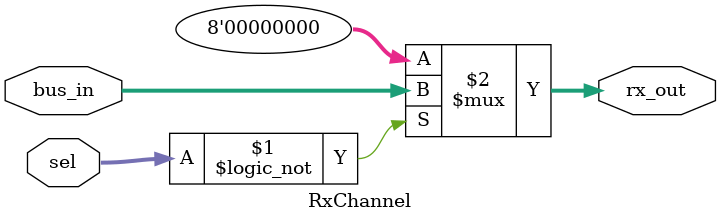
<source format=sv>

module BiDirMux #(
    parameter DW = 8
)(
    inout  [DW-1:0]               bus,
    input  [(4*DW)-1:0]           tx,
    output [(4*DW)-1:0]           rx,
    input  [1:0]                  sel,
    input                         oe
);

    // Internal signals
    wire [DW-1:0] tx_selected;
    wire          bus_oe;
    wire [DW-1:0] bus_in;
    wire [DW-1:0] rx_ch [3:0];

    // TX Selector: selects which channel drives bus
    TxSelector #(.DW(DW)) u_tx_selector (
        .tx        (tx),
        .sel       (sel),
        .tx_out    (tx_selected)
    );

    // Output Enable Control: generates tri-state enable for bus
    BusOEControl u_bus_oe_control (
        .oe        (oe),
        .bus_oe    (bus_oe)
    );

    // Bidirectional Bus Buffer: drives or samples bus
    BusBuffer #(.DW(DW)) u_bus_buffer (
        .bus       (bus),
        .tx_data   (tx_selected),
        .oe        (bus_oe),
        .bus_in    (bus_in)
    );

    // RX Demultiplexer: routes bus_in to appropriate channel
    RxDemux #(.DW(DW)) u_rx_demux (
        .bus_in    (bus_in),
        .sel       (sel),
        .rx        (rx)
    );

endmodule

// -----------------------------------------------------------------------------
// Submodule: TxSelector
// Selects the transmit data word based on channel select
// -----------------------------------------------------------------------------
module TxSelector #(
    parameter DW = 8
)(
    input  [(4*DW)-1:0] tx,
    input  [1:0]        sel,
    output [DW-1:0]     tx_out
);
    assign tx_out = tx[(sel*DW) +: DW];
endmodule

// -----------------------------------------------------------------------------
// Submodule: BusOEControl
// Controls the output enable for the bus buffer
// -----------------------------------------------------------------------------
module BusOEControl (
    input  oe,
    output bus_oe
);
    assign bus_oe = oe;
endmodule

// -----------------------------------------------------------------------------
// Submodule: BusBuffer
// Bidirectional bus buffer with tri-state output and bus sampling
// -----------------------------------------------------------------------------
module BusBuffer #(
    parameter DW = 8
)(
    inout  [DW-1:0] bus,
    input  [DW-1:0] tx_data,
    input           oe,
    output [DW-1:0] bus_in
);
    assign bus     = oe ? tx_data : {DW{1'bz}};
    assign bus_in  = bus;
endmodule

// -----------------------------------------------------------------------------
// Submodule: RxDemux
// Demultiplexes the bus input to the correct receive channel
// -----------------------------------------------------------------------------
module RxDemux #(
    parameter DW = 8
)(
    input  [DW-1:0]     bus_in,
    input  [1:0]        sel,
    output [(4*DW)-1:0] rx
);
    wire [DW-1:0] rx_ch [3:0];

    genvar i;
    generate
        for (i = 0; i < 4; i = i + 1) begin : rx_demux_gen
            RxChannel #(.DW(DW), .CH_IDX(i)) u_rx_channel (
                .bus_in    (bus_in),
                .sel       (sel),
                .rx_out    (rx_ch[i])
            );
            assign rx[(i+1)*DW-1:i*DW] = rx_ch[i];
        end
    endgenerate
endmodule

// -----------------------------------------------------------------------------
// Submodule: RxChannel
// Receives bus data if channel selected, otherwise outputs zeros
// -----------------------------------------------------------------------------
module RxChannel #(
    parameter DW = 8,
    parameter CH_IDX = 0
)(
    input  [DW-1:0] bus_in,
    input  [1:0]    sel,
    output [DW-1:0] rx_out
);
    assign rx_out = (sel == CH_IDX) ? bus_in : {DW{1'b0}};
endmodule
</source>
